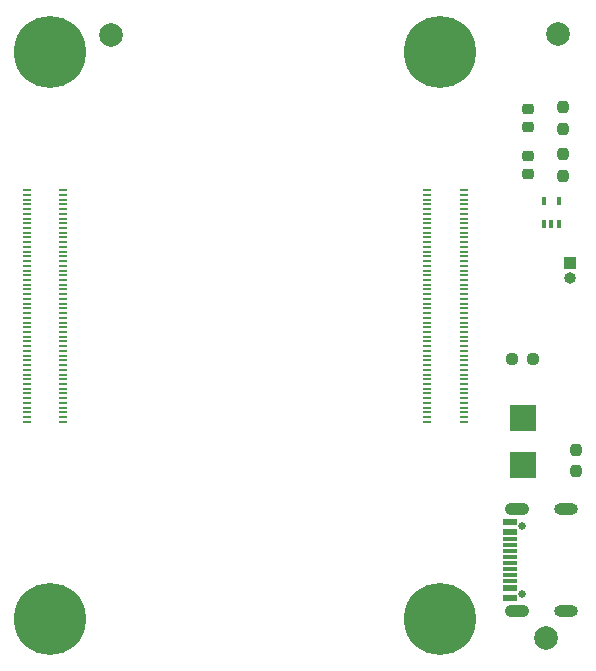
<source format=gts>
G04 #@! TF.GenerationSoftware,KiCad,Pcbnew,(5.99.0-10632-g8f3343b9e3)*
G04 #@! TF.CreationDate,2021-06-18T06:45:42-04:00*
G04 #@! TF.ProjectId,rpi-cm4-LiM+-board,7270692d-636d-4342-9d4c-694d2b2d626f,v01*
G04 #@! TF.SameCoordinates,Original*
G04 #@! TF.FileFunction,Soldermask,Top*
G04 #@! TF.FilePolarity,Negative*
%FSLAX46Y46*%
G04 Gerber Fmt 4.6, Leading zero omitted, Abs format (unit mm)*
G04 Created by KiCad (PCBNEW (5.99.0-10632-g8f3343b9e3)) date 2021-06-18 06:45:42*
%MOMM*%
%LPD*%
G01*
G04 APERTURE LIST*
G04 Aperture macros list*
%AMRoundRect*
0 Rectangle with rounded corners*
0 $1 Rounding radius*
0 $2 $3 $4 $5 $6 $7 $8 $9 X,Y pos of 4 corners*
0 Add a 4 corners polygon primitive as box body*
4,1,4,$2,$3,$4,$5,$6,$7,$8,$9,$2,$3,0*
0 Add four circle primitives for the rounded corners*
1,1,$1+$1,$2,$3*
1,1,$1+$1,$4,$5*
1,1,$1+$1,$6,$7*
1,1,$1+$1,$8,$9*
0 Add four rect primitives between the rounded corners*
20,1,$1+$1,$2,$3,$4,$5,0*
20,1,$1+$1,$4,$5,$6,$7,0*
20,1,$1+$1,$6,$7,$8,$9,0*
20,1,$1+$1,$8,$9,$2,$3,0*%
G04 Aperture macros list end*
%ADD10C,2.000000*%
%ADD11RoundRect,0.237500X0.250000X0.237500X-0.250000X0.237500X-0.250000X-0.237500X0.250000X-0.237500X0*%
%ADD12R,2.260600X2.311400*%
%ADD13R,0.400000X0.650000*%
%ADD14RoundRect,0.237500X-0.237500X0.250000X-0.237500X-0.250000X0.237500X-0.250000X0.237500X0.250000X0*%
%ADD15R,1.150000X0.600000*%
%ADD16R,1.150000X0.300000*%
%ADD17O,2.000000X1.000000*%
%ADD18O,2.100000X1.050000*%
%ADD19C,0.650000*%
%ADD20RoundRect,0.218750X-0.256250X0.218750X-0.256250X-0.218750X0.256250X-0.218750X0.256250X0.218750X0*%
%ADD21RoundRect,0.237500X0.237500X-0.250000X0.237500X0.250000X-0.237500X0.250000X-0.237500X-0.250000X0*%
%ADD22R,1.000000X1.000000*%
%ADD23O,1.000000X1.000000*%
%ADD24C,6.100000*%
%ADD25R,0.700000X0.200000*%
G04 APERTURE END LIST*
D10*
X135128000Y-80518000D03*
D11*
X170912500Y-108000000D03*
X169087500Y-108000000D03*
D10*
X171958000Y-131572000D03*
D12*
X170000000Y-116993900D03*
X170000000Y-113006100D03*
D13*
X171773750Y-96526250D03*
X172423750Y-96526250D03*
X173073750Y-96526250D03*
X173073750Y-94626250D03*
X171773750Y-94626250D03*
D14*
X173423750Y-86663750D03*
X173423750Y-88488750D03*
D15*
X168910000Y-128212500D03*
X168910000Y-127412500D03*
D16*
X168910000Y-126262500D03*
X168910000Y-125262500D03*
X168910000Y-124762500D03*
X168910000Y-123762500D03*
D15*
X168910000Y-121812500D03*
X168910000Y-122612500D03*
D16*
X168910000Y-123262500D03*
X168910000Y-124262500D03*
X168910000Y-125762500D03*
X168910000Y-126762500D03*
D17*
X173665000Y-129332500D03*
X173665000Y-120692500D03*
D18*
X169485000Y-129332500D03*
X169485000Y-120692500D03*
D19*
X169985000Y-127902500D03*
X169985000Y-122122500D03*
D20*
X170423750Y-90788750D03*
X170423750Y-92363750D03*
D14*
X173431200Y-90627200D03*
X173431200Y-92452200D03*
D20*
X170423750Y-86788750D03*
X170423750Y-88363750D03*
D21*
X174550000Y-117475000D03*
X174550000Y-115650000D03*
D22*
X173990000Y-99822000D03*
D23*
X173990000Y-101092000D03*
D10*
X173000000Y-80500000D03*
D24*
X163000000Y-82000000D03*
X130000000Y-130000000D03*
X130000000Y-82000000D03*
X163000000Y-130000000D03*
D25*
X165000000Y-113300000D03*
X161920000Y-113300000D03*
X165000000Y-112900000D03*
X161920000Y-112900000D03*
X165000000Y-112500000D03*
X161920000Y-112500000D03*
X165000000Y-112100000D03*
X161920000Y-112100000D03*
X165000000Y-111700000D03*
X161920000Y-111700000D03*
X165000000Y-111300000D03*
X161920000Y-111300000D03*
X165000000Y-110900000D03*
X161920000Y-110900000D03*
X165000000Y-110500000D03*
X161920000Y-110500000D03*
X165000000Y-110100000D03*
X161920000Y-110100000D03*
X165000000Y-109700000D03*
X161920000Y-109700000D03*
X165000000Y-109300000D03*
X161920000Y-109300000D03*
X165000000Y-108900000D03*
X161920000Y-108900000D03*
X165000000Y-108500000D03*
X161920000Y-108500000D03*
X165000000Y-108100000D03*
X161920000Y-108100000D03*
X165000000Y-107700000D03*
X161920000Y-107700000D03*
X165000000Y-107300000D03*
X161920000Y-107300000D03*
X165000000Y-106900000D03*
X161920000Y-106900000D03*
X165000000Y-106500000D03*
X161920000Y-106500000D03*
X165000000Y-106100000D03*
X161920000Y-106100000D03*
X165000000Y-105700000D03*
X161920000Y-105700000D03*
X165000000Y-105300000D03*
X161920000Y-105300000D03*
X165000000Y-104900000D03*
X161920000Y-104900000D03*
X165000000Y-104500000D03*
X161920000Y-104500000D03*
X165000000Y-104100000D03*
X161920000Y-104100000D03*
X165000000Y-103700000D03*
X161920000Y-103700000D03*
X165000000Y-103300000D03*
X161920000Y-103300000D03*
X165000000Y-102900000D03*
X161920000Y-102900000D03*
X165000000Y-102500000D03*
X161920000Y-102500000D03*
X165000000Y-102100000D03*
X161920000Y-102100000D03*
X165000000Y-101700000D03*
X161920000Y-101700000D03*
X165000000Y-101300000D03*
X161920000Y-101300000D03*
X165000000Y-100900000D03*
X161920000Y-100900000D03*
X165000000Y-100500000D03*
X161920000Y-100500000D03*
X165000000Y-100100000D03*
X161920000Y-100100000D03*
X165000000Y-99700000D03*
X161920000Y-99700000D03*
X165000000Y-99300000D03*
X161920000Y-99300000D03*
X165000000Y-98900000D03*
X161920000Y-98900000D03*
X165000000Y-98500000D03*
X161920000Y-98500000D03*
X165000000Y-98100000D03*
X161920000Y-98100000D03*
X165000000Y-97700000D03*
X161920000Y-97700000D03*
X165000000Y-97300000D03*
X161920000Y-97300000D03*
X165000000Y-96900000D03*
X161920000Y-96900000D03*
X165000000Y-96500000D03*
X161920000Y-96500000D03*
X165000000Y-96100000D03*
X161920000Y-96100000D03*
X165000000Y-95700000D03*
X161920000Y-95700000D03*
X165000000Y-95300000D03*
X161920000Y-95300000D03*
X165000000Y-94900000D03*
X161920000Y-94900000D03*
X165000000Y-94500000D03*
X161920000Y-94500000D03*
X165000000Y-94100000D03*
X161920000Y-94100000D03*
X165000000Y-93700000D03*
X161920000Y-93700000D03*
X131080000Y-113300000D03*
X128000000Y-113300000D03*
X131080000Y-112900000D03*
X128000000Y-112900000D03*
X131080000Y-112500000D03*
X128000000Y-112500000D03*
X131080000Y-112100000D03*
X128000000Y-112100000D03*
X131080000Y-111700000D03*
X128000000Y-111700000D03*
X131080000Y-111300000D03*
X128000000Y-111300000D03*
X131080000Y-110900000D03*
X128000000Y-110900000D03*
X131080000Y-110500000D03*
X128000000Y-110500000D03*
X131080000Y-110100000D03*
X128000000Y-110100000D03*
X131080000Y-109700000D03*
X128000000Y-109700000D03*
X131080000Y-109300000D03*
X128000000Y-109300000D03*
X131080000Y-108900000D03*
X128000000Y-108900000D03*
X131080000Y-108500000D03*
X128000000Y-108500000D03*
X131080000Y-108100000D03*
X128000000Y-108100000D03*
X131080000Y-107700000D03*
X128000000Y-107700000D03*
X131080000Y-107300000D03*
X128000000Y-107300000D03*
X131080000Y-106900000D03*
X128000000Y-106900000D03*
X131080000Y-106500000D03*
X128000000Y-106500000D03*
X131080000Y-106100000D03*
X128000000Y-106100000D03*
X131080000Y-105700000D03*
X128000000Y-105700000D03*
X131080000Y-105300000D03*
X128000000Y-105300000D03*
X131080000Y-104900000D03*
X128000000Y-104900000D03*
X131080000Y-104500000D03*
X128000000Y-104500000D03*
X131080000Y-104100000D03*
X128000000Y-104100000D03*
X131080000Y-103700000D03*
X128000000Y-103700000D03*
X131080000Y-103300000D03*
X128000000Y-103300000D03*
X131080000Y-102900000D03*
X128000000Y-102900000D03*
X131080000Y-102500000D03*
X128000000Y-102500000D03*
X131080000Y-102100000D03*
X128000000Y-102100000D03*
X131080000Y-101700000D03*
X128000000Y-101700000D03*
X131080000Y-101300000D03*
X128000000Y-101300000D03*
X131080000Y-100900000D03*
X128000000Y-100900000D03*
X131080000Y-100500000D03*
X128000000Y-100500000D03*
X131080000Y-100100000D03*
X128000000Y-100100000D03*
X131080000Y-99700000D03*
X128000000Y-99700000D03*
X131080000Y-99300000D03*
X128000000Y-99300000D03*
X131080000Y-98900000D03*
X128000000Y-98900000D03*
X131080000Y-98500000D03*
X128000000Y-98500000D03*
X131080000Y-98100000D03*
X128000000Y-98100000D03*
X131080000Y-97700000D03*
X128000000Y-97700000D03*
X131080000Y-97300000D03*
X128000000Y-97300000D03*
X131080000Y-96900000D03*
X128000000Y-96900000D03*
X131080000Y-96500000D03*
X128000000Y-96500000D03*
X131080000Y-96100000D03*
X128000000Y-96100000D03*
X131080000Y-95700000D03*
X128000000Y-95700000D03*
X131080000Y-95300000D03*
X128000000Y-95300000D03*
X131080000Y-94900000D03*
X128000000Y-94900000D03*
X131080000Y-94500000D03*
X128000000Y-94500000D03*
X131080000Y-94100000D03*
X128000000Y-94100000D03*
X131080000Y-93700000D03*
X128000000Y-93700000D03*
M02*

</source>
